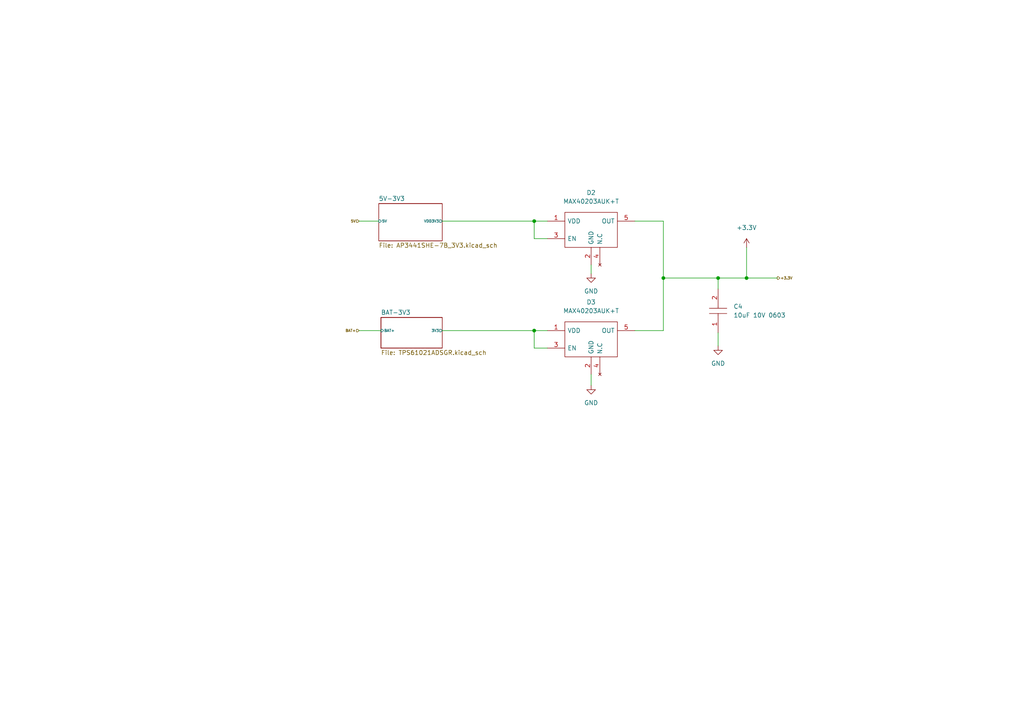
<source format=kicad_sch>
(kicad_sch (version 20211123) (generator eeschema)
  (paper "A4")
  (title_block (title "POWER") (date "2021-11-15") (rev "v2.0"))
  (lib_symbols
    (symbol "my_cap:10uF 10V 0603" (pin_names (offset 0.762))
      (property "Reference" "C" (at 8.89 6.35 0))
      (property "Value" "10uF 10V 0603" (at 8.89 3.81 0))
      (symbol "10uF 10V 0603_0_0"
        (pin passive line (at 0 0 0) (length 5.08) (name "~") (number "1"))
        (pin passive line (at 12.7 0 180) (length 5.08) (name "~") (number "2"))
      )
      (symbol "10uF 10V 0603_0_1"
        (polyline (pts (xy 5.08 0) (xy 5.588 0)) (stroke (width 0.1524)))
        (polyline (pts (xy 5.588 2.54) (xy 5.588 -2.54)) (stroke (width 0.1524)))
        (polyline (pts (xy 7.112 0) (xy 7.62 0)) (stroke (width 0.1524)))
        (polyline (pts (xy 7.112 2.54) (xy 7.112 -2.54)) (stroke (width 0.1524)))
      )
    )
    (symbol "my_diode:MAX40203AUK+T" (pin_names (offset 0.762))
      (property "Reference" "D" (at 21.59 7.62 0))
      (property "Value" "MAX40203AUK+T" (at 21.59 5.08 0))
      (symbol "MAX40203AUK+T_0_0"
        (pin power_in line (at 0 0 0) (length 5.08) (name "VDD") (number "1"))
        (pin power_in line (at 12.7 -12.7 90) (length 5.08) (name "GND") (number "2"))
        (pin input line (at 0 -5.08 0) (length 5.08) (name "EN") (number "3"))
        (pin no_connect line (at 15.24 -12.7 90) (length 5.08) (name "N.C") (number "4"))
        (pin output line (at 25.4 0 180) (length 5.08) (name "OUT") (number "5"))
      )
      (symbol "MAX40203AUK+T_0_1"
        (polyline (pts (xy 5.08 2.54) (xy 20.32 2.54) (xy 20.32 -7.62) (xy 5.08 -7.62) (xy 5.08 2.54)) (stroke (width 0.1524)))
      )
    )
    (symbol "power:+3.3V" (power) (pin_names (offset 0))
      (property "Value" "+3.3V" (at 0 3.556 0))
      (symbol "+3.3V_0_1"
        (polyline (pts (xy -0.762 1.27) (xy 0 2.54)))
        (polyline (pts (xy 0 0) (xy 0 2.54)))
        (polyline (pts (xy 0 2.54) (xy 0.762 1.27)))
      )
      (symbol "+3.3V_1_1"
        (pin power_in line (at 0 0 90) (length 0) hide (name "+3.3V") (number "1"))
      )
    )
    (symbol "power:GND" (power) (pin_names (offset 0))
      (property "Value" "GND" (at 0 -3.81 0))
      (symbol "GND_0_1"
        (polyline (pts (xy 0 0) (xy 0 -1.27) (xy 1.27 -1.27) (xy 0 -2.54) (xy -1.27 -1.27) (xy 0 -1.27)))
      )
      (symbol "GND_1_1"
        (pin power_in line (at 0 0 270) (length 0) hide (name "GND") (number "1"))
      )
    )
  )
  (junction (at 154.94 95.885))
  (junction (at 216.535 80.645))
  (junction (at 154.94 64.135))
  (junction (at 192.405 80.645))
  (junction (at 208.28 80.645))
  (wire (pts (xy 104.14 64.135) (xy 109.855 64.135)))
  (wire (pts (xy 104.14 95.885) (xy 110.49 95.885)))
  (wire (pts (xy 208.28 80.645) (xy 216.535 80.645)))
  (wire (pts (xy 192.405 80.645) (xy 192.405 95.885)))
  (wire (pts (xy 171.45 108.585) (xy 171.45 111.76)))
  (wire (pts (xy 208.28 80.645) (xy 208.28 83.82)))
  (wire (pts (xy 128.27 95.885) (xy 154.94 95.885)))
  (wire (pts (xy 154.94 64.135) (xy 158.75 64.135)))
  (wire (pts (xy 216.535 71.755) (xy 216.535 80.645)))
  (wire (pts (xy 154.94 100.965) (xy 158.75 100.965)))
  (wire (pts (xy 192.405 64.135) (xy 192.405 80.645)))
  (wire (pts (xy 216.535 80.645) (xy 225.425 80.645)))
  (wire (pts (xy 154.94 95.885) (xy 154.94 100.965)))
  (wire (pts (xy 192.405 95.885) (xy 184.15 95.885)))
  (wire (pts (xy 128.27 64.135) (xy 154.94 64.135)))
  (wire (pts (xy 154.94 69.215) (xy 154.94 64.135)))
  (wire (pts (xy 158.75 95.885) (xy 154.94 95.885)))
  (wire (pts (xy 171.45 76.835) (xy 171.45 79.375)))
  (wire (pts (xy 208.28 96.52) (xy 208.28 100.33)))
  (wire (pts (xy 158.75 69.215) (xy 154.94 69.215)))
  (wire (pts (xy 184.15 64.135) (xy 192.405 64.135)))
  (wire (pts (xy 192.405 80.645) (xy 208.28 80.645)))
  (hierarchical_label "+3.3V" (shape output) (at 225.425 80.645 0) (effects (font (size 0.762 0.762))))
  (hierarchical_label "5V" (shape input) (at 104.14 64.135 180) (effects (font (size 0.762 0.762))))
  (hierarchical_label "BAT+" (shape input) (at 104.14 95.885 180) (effects (font (size 0.762 0.762))))
  (symbol (lib_id "power:GND") (at 171.45 79.375 0) (unit 1)
    (property "Reference" "#PWR028" (effects hide))
    (property "Value" "GND" (at 171.45 84.455 0))
  )
  (symbol (lib_id "power:GND") (at 171.45 111.76 0) (unit 1)
    (property "Reference" "#PWR07" (effects hide))
    (property "Value" "GND" (at 171.45 116.84 0))
  )
  (symbol (lib_id "my_cap:10uF 10V 0603") (at 208.28 96.52 90) (unit 1)
    (property "Reference" "C4" (at 212.725 88.8999 90) (effects (justify right)))
    (property "Value" "10uF 10V 0603" (at 212.725 91.4399 90) (effects (justify right)))
    (property "Footprint" "C_0603_1608Metric" (effects hide))
    (property "Datasheet" "https://datasheet.datasheetarchive.com/originals/distributors/Datasheets_SAMA/bbba3f8fe6d46f272928c3ff665d9bef.pdf" (effects hide))
    (property "Description" "Chip Capacitor value 106" (effects hide))
    (property "Height" "0.9" (effects hide))
    (property "Manufacturer_Name" "Murata Electronics" (effects hide))
    (property "Manufacturer_Part_Number" "GRM188Z71A106KA73D" (effects hide))
    (property "Mouser Part Number" "81-GRM188Z71A106KA3D" (effects hide))
    (property "Mouser Price/Stock" "https://www.mouser.co.uk/ProductDetail/Murata-Electronics/GRM188Z71A106KA73D?qs=d0WKAl%252BL4KaRM1L%252BaIs%2FqQ%3D%3D" (effects hide))
    (property "Arrow Part Number" "GRM188Z71A106KA73D" (effects hide))
    (property "Arrow Price/Stock" "https://www.arrow.com/en/products/grm188z71a106ka73d/murata-manufacturing?region=europe" (effects hide))
  )
  (symbol (lib_id "my_diode:MAX40203AUK+T") (at 158.75 64.135 0) (unit 1)
    (property "Reference" "D2" (at 171.45 55.88 0))
    (property "Value" "MAX40203AUK+T" (at 171.45 58.42 0))
    (property "Footprint" "SOT95P280X145-5N" (effects hide))
    (property "Datasheet" "http://www.mouser.com/datasheet/2/256/MAX40203-1517812.pdf" (effects hide))
    (property "Description" "MAXIM INTEGRATED PRODUCTS - MAX40203AUK+T - IDEAL DIODE CURRENT SW, -40 TO 125DEG C" (effects hide))
    (property "Height" "1.45" (effects hide))
    (property "Manufacturer_Name" "Maxim Integrated" (effects hide))
    (property "Manufacturer_Part_Number" "MAX40203AUK+T" (effects hide))
    (property "Mouser Part Number" "700-MAX40203AUK+T" (effects hide))
    (property "Mouser Price/Stock" "https://www.mouser.co.uk/ProductDetail/Maxim-Integrated/MAX40203AUK%2bT?qs=l7cgNqFNU1j1dlDj29Iz0A%3D%3D" (effects hide))
    (property "Arrow Part Number" "MAX40203AUK+T" (effects hide))
    (property "Arrow Price/Stock" "https://www.arrow.com/en/products/max40203aukt/maxim-integrated?region=nac" (effects hide))
  )
  (symbol (lib_id "my_diode:MAX40203AUK+T") (at 158.75 95.885 0) (unit 1)
    (property "Reference" "D3" (at 171.45 87.63 0))
    (property "Value" "MAX40203AUK+T" (at 171.45 90.17 0))
    (property "Footprint" "SOT95P280X145-5N" (effects hide))
    (property "Datasheet" "http://www.mouser.com/datasheet/2/256/MAX40203-1517812.pdf" (effects hide))
    (property "Description" "MAXIM INTEGRATED PRODUCTS - MAX40203AUK+T - IDEAL DIODE CURRENT SW, -40 TO 125DEG C" (effects hide))
    (property "Height" "1.45" (effects hide))
    (property "Manufacturer_Name" "Maxim Integrated" (effects hide))
    (property "Manufacturer_Part_Number" "MAX40203AUK+T" (effects hide))
    (property "Mouser Part Number" "700-MAX40203AUK+T" (effects hide))
    (property "Mouser Price/Stock" "https://www.mouser.co.uk/ProductDetail/Maxim-Integrated/MAX40203AUK%2bT?qs=l7cgNqFNU1j1dlDj29Iz0A%3D%3D" (effects hide))
    (property "Arrow Part Number" "MAX40203AUK+T" (effects hide))
    (property "Arrow Price/Stock" "https://www.arrow.com/en/products/max40203aukt/maxim-integrated?region=nac" (effects hide))
  )
  (symbol (lib_id "power:GND") (at 208.28 100.33 0) (unit 1)
    (property "Reference" "#PWR0102" (effects hide))
    (property "Value" "GND" (at 208.28 105.41 0))
  )
  (symbol (lib_id "power:+3.3V") (at 216.535 71.755 0) (unit 1)
    (property "Reference" "#PWR0101" (effects hide))
    (property "Value" "+3.3V" (at 216.535 66.04 0))
  )
  (sheet (at 109.855 59.055) (size 18.415 10.795) (stroke (width 0.1524))
    (property "Sheet name" "5V-3V3" (at 109.855 58.3434 0) (effects (justify left bottom)))
    (property "Sheet file" "AP3441SHE-7B_3V3.kicad_sch" (at 109.855 70.4346 0) (effects (justify left top)))
    (pin "VDD3V3" output (at 128.27 64.135 0) (effects (font (size 0.762 0.762))))
    (pin "5V" input (at 109.855 64.135 180) (effects (font (size 0.762 0.762))))
  )
  (sheet (at 110.49 92.075) (size 17.78 8.89) (stroke (width 0.1524))
    (property "Sheet name" "BAT-3V3" (at 110.49 91.3634 0) (effects (justify left bottom)))
    (property "Sheet file" "TPS61021ADSGR.kicad_sch" (at 110.49 101.5496 0) (effects (justify left top)))
    (pin "3V3" output (at 128.27 95.885 0) (effects (font (size 0.762 0.762))))
    (pin "BAT+" input (at 110.49 95.885 180) (effects (font (size 0.762 0.762))))
  )
)
</source>
